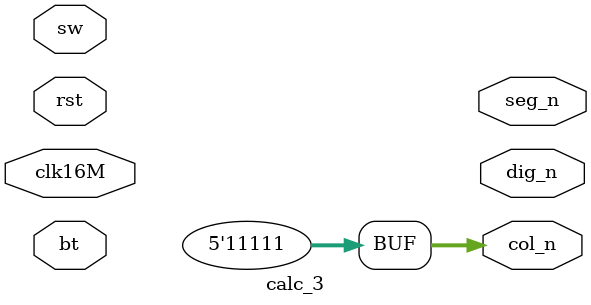
<source format=v>
`timescale 1ns / 1ps
module calc_3(
	 input rst,
	 input clk16M,
	 output [7:0] seg_n,
	 output [3:0] dig_n,
	 output [4:0] col_n,
    input [7:0] sw,
    input [3:0] bt
    );

assign col_n = 5'h1f;		//led mátrix tiltása

endmodule

</source>
